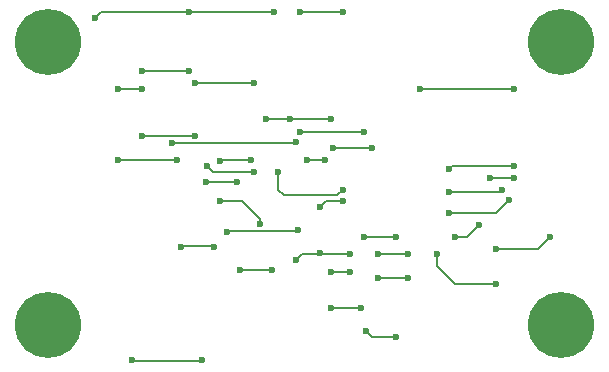
<source format=gbl>
G04 #@! TF.GenerationSoftware,KiCad,Pcbnew,8.0.6*
G04 #@! TF.CreationDate,2025-01-26T18:33:20-05:00*
G04 #@! TF.ProjectId,Mic_Board_Unidirectional,4d69635f-426f-4617-9264-5f556e696469,rev?*
G04 #@! TF.SameCoordinates,Original*
G04 #@! TF.FileFunction,Copper,L2,Bot*
G04 #@! TF.FilePolarity,Positive*
%FSLAX46Y46*%
G04 Gerber Fmt 4.6, Leading zero omitted, Abs format (unit mm)*
G04 Created by KiCad (PCBNEW 8.0.6) date 2025-01-26 18:33:20*
%MOMM*%
%LPD*%
G01*
G04 APERTURE LIST*
G04 #@! TA.AperFunction,ComponentPad*
%ADD10C,5.600000*%
G04 #@! TD*
G04 #@! TA.AperFunction,ViaPad*
%ADD11C,0.600000*%
G04 #@! TD*
G04 #@! TA.AperFunction,Conductor*
%ADD12C,0.200000*%
G04 #@! TD*
G04 APERTURE END LIST*
D10*
X132000000Y-93500000D03*
X132000000Y-93500000D03*
X175500000Y-93500000D03*
X132000000Y-69500000D03*
X175500000Y-93500000D03*
X175500000Y-69500000D03*
X132000000Y-69500000D03*
D11*
X140000000Y-77500000D03*
X144500000Y-77500000D03*
X140000000Y-73500000D03*
X144000000Y-72000000D03*
X138000000Y-73500000D03*
X140000000Y-72000000D03*
X149500000Y-80500000D03*
X145500000Y-80000000D03*
X171500000Y-73500000D03*
X161500000Y-94500000D03*
X138000000Y-79500000D03*
X157000000Y-82000000D03*
X157600000Y-89000000D03*
X160000000Y-89500000D03*
X143000000Y-79500000D03*
X159000000Y-94000000D03*
X163500000Y-73500000D03*
X158500000Y-92000000D03*
X151500000Y-80500000D03*
X162500000Y-89500000D03*
X156000000Y-89000000D03*
X156000000Y-92000000D03*
X149500000Y-73000000D03*
X144500000Y-73000000D03*
X145400000Y-81400000D03*
X148000000Y-81400000D03*
X151200000Y-67000000D03*
X144000000Y-67000000D03*
X136000000Y-67500000D03*
X145055500Y-96400000D03*
X139180500Y-96400000D03*
X152500000Y-76000000D03*
X146600000Y-79600000D03*
X150500000Y-76000000D03*
X156000000Y-76000000D03*
X151000000Y-88800000D03*
X150000000Y-84900000D03*
X148300000Y-88800000D03*
X146600000Y-83000000D03*
X149200000Y-79500000D03*
X147200000Y-85600000D03*
X153230500Y-85430500D03*
X143300000Y-86900000D03*
X146099998Y-86900002D03*
X174500000Y-86000000D03*
X170000000Y-90000000D03*
X155100000Y-87400000D03*
X170000000Y-87000000D03*
X155500000Y-79500000D03*
X165000000Y-87500000D03*
X153000000Y-78000000D03*
X157000000Y-83000000D03*
X162500000Y-87500000D03*
X154000000Y-79500000D03*
X155100000Y-83500000D03*
X153000000Y-88000000D03*
X142500000Y-78100000D03*
X157600000Y-87500000D03*
X160000000Y-87500000D03*
X159500000Y-78500000D03*
X156200000Y-78500000D03*
X161500000Y-86000000D03*
X158800000Y-86000000D03*
X153400000Y-67000000D03*
X158777750Y-77122250D03*
X153400000Y-77122250D03*
X157000000Y-67000000D03*
X168500000Y-85000000D03*
X169500000Y-81000000D03*
X171500000Y-81000000D03*
X166500000Y-86000000D03*
X166000000Y-84000000D03*
X171100000Y-82900735D03*
X166000000Y-82175004D03*
X170500000Y-82000000D03*
X166000000Y-80225003D03*
X171500000Y-80000000D03*
D12*
X138000000Y-73500000D02*
X140000000Y-73500000D01*
X140000000Y-77500000D02*
X144500000Y-77500000D01*
X140000000Y-72000000D02*
X144000000Y-72000000D01*
X151500000Y-80500000D02*
X151500000Y-82000000D01*
X156500000Y-82500000D02*
X157000000Y-82000000D01*
X146000000Y-80500000D02*
X149500000Y-80500000D01*
X145500000Y-80000000D02*
X146000000Y-80500000D01*
X171500000Y-73500000D02*
X163500000Y-73500000D01*
X160000000Y-89500000D02*
X162500000Y-89500000D01*
X158500000Y-92000000D02*
X156000000Y-92000000D01*
X143000000Y-79500000D02*
X138000000Y-79500000D01*
X157600000Y-89000000D02*
X156000000Y-89000000D01*
X161500000Y-94500000D02*
X159500000Y-94500000D01*
X152000000Y-82500000D02*
X156500000Y-82500000D01*
X159500000Y-94500000D02*
X159000000Y-94000000D01*
X151500000Y-82000000D02*
X152000000Y-82500000D01*
X145400000Y-81400000D02*
X148000000Y-81400000D01*
X144500000Y-73000000D02*
X149500000Y-73000000D01*
X136000000Y-67500000D02*
X136500000Y-67000000D01*
X151200000Y-67000000D02*
X144000000Y-67000000D01*
X136500000Y-67000000D02*
X144000000Y-67000000D01*
X139180500Y-96400000D02*
X139280500Y-96500000D01*
X139280500Y-96500000D02*
X144955500Y-96500000D01*
X144955500Y-96500000D02*
X145055500Y-96400000D01*
X152500000Y-76000000D02*
X156000000Y-76000000D01*
X151000000Y-88800000D02*
X148300000Y-88800000D01*
X150500000Y-76000000D02*
X152500000Y-76000000D01*
X149200000Y-79500000D02*
X146700000Y-79500000D01*
X146700000Y-79500000D02*
X146600000Y-79600000D01*
X150000000Y-84500000D02*
X150000000Y-84900000D01*
X148500000Y-83000000D02*
X150000000Y-84500000D01*
X146600000Y-83000000D02*
X148500000Y-83000000D01*
X143300000Y-86900000D02*
X143400000Y-86800000D01*
X145999996Y-86800000D02*
X146099998Y-86900002D01*
X143400000Y-86800000D02*
X145999996Y-86800000D01*
X153161000Y-85500000D02*
X147300000Y-85500000D01*
X153230500Y-85430500D02*
X153161000Y-85500000D01*
X147300000Y-85500000D02*
X147200000Y-85600000D01*
X157600000Y-87500000D02*
X153500000Y-87500000D01*
X165000000Y-87500000D02*
X165000000Y-88500000D01*
X166500000Y-90000000D02*
X170000000Y-90000000D01*
X153000000Y-78000000D02*
X152900000Y-78100000D01*
X170000000Y-87000000D02*
X173500000Y-87000000D01*
X155600000Y-83000000D02*
X155100000Y-83500000D01*
X160000000Y-87500000D02*
X162500000Y-87500000D01*
X154000000Y-79500000D02*
X155500000Y-79500000D01*
X157000000Y-83000000D02*
X155600000Y-83000000D01*
X173500000Y-87000000D02*
X174500000Y-86000000D01*
X155100000Y-87400000D02*
X155000000Y-87500000D01*
X152900000Y-78100000D02*
X142500000Y-78100000D01*
X153500000Y-87500000D02*
X153000000Y-88000000D01*
X165000000Y-88500000D02*
X166500000Y-90000000D01*
X159500000Y-78500000D02*
X156200000Y-78500000D01*
X158800000Y-86000000D02*
X161500000Y-86000000D01*
X153400000Y-67000000D02*
X157000000Y-67000000D01*
X153400000Y-77122250D02*
X158777750Y-77122250D01*
X167500000Y-86000000D02*
X168500000Y-85000000D01*
X169500000Y-81000000D02*
X171500000Y-81000000D01*
X166500000Y-86000000D02*
X167500000Y-86000000D01*
X166000000Y-84000000D02*
X170000735Y-84000000D01*
X170000735Y-84000000D02*
X171100000Y-82900735D01*
X170324996Y-82175004D02*
X170500000Y-82000000D01*
X166000000Y-82175004D02*
X170324996Y-82175004D01*
X166000000Y-80225003D02*
X166225003Y-80000000D01*
X166225003Y-80000000D02*
X171500000Y-80000000D01*
M02*

</source>
